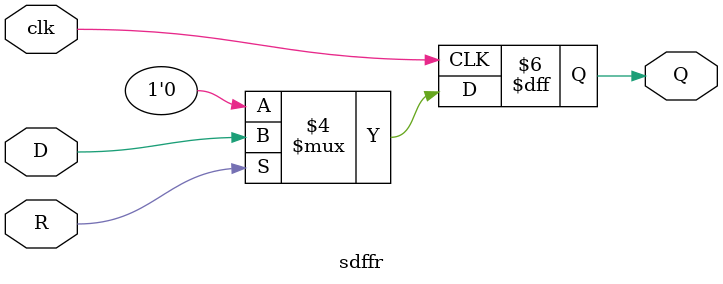
<source format=v>
module sdffr(D,clk,R,Q);
input D;      // Data input 
input clk;    // clock input 
input R;      // reset input 
output reg Q;     // output Q 

always @(posedge clk) 

begin
	if (R == 1'b0) begin // sync. reset active low
            Q <= 1'b0;
	end 
	else begin
            Q <= D; 
        end
end 
endmodule 

</source>
